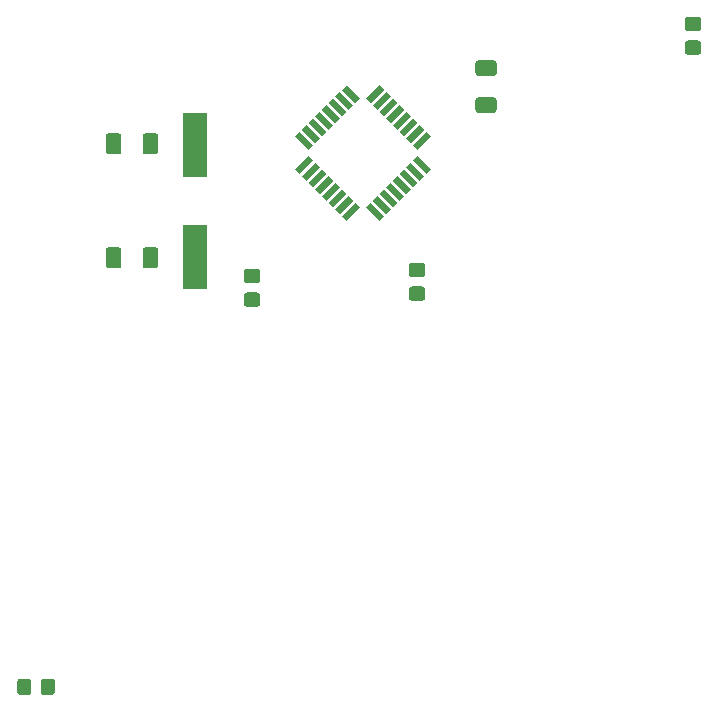
<source format=gbr>
%TF.GenerationSoftware,KiCad,Pcbnew,(5.1.9)-1*%
%TF.CreationDate,2021-09-13T17:44:50+02:00*%
%TF.ProjectId,Sterownik,53746572-6f77-46e6-996b-2e6b69636164,rev?*%
%TF.SameCoordinates,Original*%
%TF.FileFunction,Paste,Top*%
%TF.FilePolarity,Positive*%
%FSLAX46Y46*%
G04 Gerber Fmt 4.6, Leading zero omitted, Abs format (unit mm)*
G04 Created by KiCad (PCBNEW (5.1.9)-1) date 2021-09-13 17:44:50*
%MOMM*%
%LPD*%
G01*
G04 APERTURE LIST*
%ADD10R,2.000000X5.500000*%
%ADD11C,0.100000*%
G04 APERTURE END LIST*
%TO.C,R4*%
G36*
G01*
X95192001Y-110852000D02*
X94291999Y-110852000D01*
G75*
G02*
X94042000Y-110602001I0J249999D01*
G01*
X94042000Y-109901999D01*
G75*
G02*
X94291999Y-109652000I249999J0D01*
G01*
X95192001Y-109652000D01*
G75*
G02*
X95442000Y-109901999I0J-249999D01*
G01*
X95442000Y-110602001D01*
G75*
G02*
X95192001Y-110852000I-249999J0D01*
G01*
G37*
G36*
G01*
X95192001Y-112852000D02*
X94291999Y-112852000D01*
G75*
G02*
X94042000Y-112602001I0J249999D01*
G01*
X94042000Y-111901999D01*
G75*
G02*
X94291999Y-111652000I249999J0D01*
G01*
X95192001Y-111652000D01*
G75*
G02*
X95442000Y-111901999I0J-249999D01*
G01*
X95442000Y-112602001D01*
G75*
G02*
X95192001Y-112852000I-249999J0D01*
G01*
G37*
%TD*%
%TO.C,R3*%
G36*
G01*
X81222001Y-111360000D02*
X80321999Y-111360000D01*
G75*
G02*
X80072000Y-111110001I0J249999D01*
G01*
X80072000Y-110409999D01*
G75*
G02*
X80321999Y-110160000I249999J0D01*
G01*
X81222001Y-110160000D01*
G75*
G02*
X81472000Y-110409999I0J-249999D01*
G01*
X81472000Y-111110001D01*
G75*
G02*
X81222001Y-111360000I-249999J0D01*
G01*
G37*
G36*
G01*
X81222001Y-113360000D02*
X80321999Y-113360000D01*
G75*
G02*
X80072000Y-113110001I0J249999D01*
G01*
X80072000Y-112409999D01*
G75*
G02*
X80321999Y-112160000I249999J0D01*
G01*
X81222001Y-112160000D01*
G75*
G02*
X81472000Y-112409999I0J-249999D01*
G01*
X81472000Y-113110001D01*
G75*
G02*
X81222001Y-113360000I-249999J0D01*
G01*
G37*
%TD*%
%TO.C,R2*%
G36*
G01*
X62884000Y-145992001D02*
X62884000Y-145091999D01*
G75*
G02*
X63133999Y-144842000I249999J0D01*
G01*
X63834001Y-144842000D01*
G75*
G02*
X64084000Y-145091999I0J-249999D01*
G01*
X64084000Y-145992001D01*
G75*
G02*
X63834001Y-146242000I-249999J0D01*
G01*
X63133999Y-146242000D01*
G75*
G02*
X62884000Y-145992001I0J249999D01*
G01*
G37*
G36*
G01*
X60884000Y-145992001D02*
X60884000Y-145091999D01*
G75*
G02*
X61133999Y-144842000I249999J0D01*
G01*
X61834001Y-144842000D01*
G75*
G02*
X62084000Y-145091999I0J-249999D01*
G01*
X62084000Y-145992001D01*
G75*
G02*
X61834001Y-146242000I-249999J0D01*
G01*
X61133999Y-146242000D01*
G75*
G02*
X60884000Y-145992001I0J249999D01*
G01*
G37*
%TD*%
%TO.C,R1*%
G36*
G01*
X118560001Y-90024000D02*
X117659999Y-90024000D01*
G75*
G02*
X117410000Y-89774001I0J249999D01*
G01*
X117410000Y-89073999D01*
G75*
G02*
X117659999Y-88824000I249999J0D01*
G01*
X118560001Y-88824000D01*
G75*
G02*
X118810000Y-89073999I0J-249999D01*
G01*
X118810000Y-89774001D01*
G75*
G02*
X118560001Y-90024000I-249999J0D01*
G01*
G37*
G36*
G01*
X118560001Y-92024000D02*
X117659999Y-92024000D01*
G75*
G02*
X117410000Y-91774001I0J249999D01*
G01*
X117410000Y-91073999D01*
G75*
G02*
X117659999Y-90824000I249999J0D01*
G01*
X118560001Y-90824000D01*
G75*
G02*
X118810000Y-91073999I0J-249999D01*
G01*
X118810000Y-91774001D01*
G75*
G02*
X118560001Y-92024000I-249999J0D01*
G01*
G37*
%TD*%
%TO.C,C4*%
G36*
G01*
X101234001Y-93842000D02*
X99933999Y-93842000D01*
G75*
G02*
X99684000Y-93592001I0J249999D01*
G01*
X99684000Y-92766999D01*
G75*
G02*
X99933999Y-92517000I249999J0D01*
G01*
X101234001Y-92517000D01*
G75*
G02*
X101484000Y-92766999I0J-249999D01*
G01*
X101484000Y-93592001D01*
G75*
G02*
X101234001Y-93842000I-249999J0D01*
G01*
G37*
G36*
G01*
X101234001Y-96967000D02*
X99933999Y-96967000D01*
G75*
G02*
X99684000Y-96717001I0J249999D01*
G01*
X99684000Y-95891999D01*
G75*
G02*
X99933999Y-95642000I249999J0D01*
G01*
X101234001Y-95642000D01*
G75*
G02*
X101484000Y-95891999I0J-249999D01*
G01*
X101484000Y-96717001D01*
G75*
G02*
X101234001Y-96967000I-249999J0D01*
G01*
G37*
%TD*%
%TO.C,C2*%
G36*
G01*
X71512000Y-109870001D02*
X71512000Y-108569999D01*
G75*
G02*
X71761999Y-108320000I249999J0D01*
G01*
X72587001Y-108320000D01*
G75*
G02*
X72837000Y-108569999I0J-249999D01*
G01*
X72837000Y-109870001D01*
G75*
G02*
X72587001Y-110120000I-249999J0D01*
G01*
X71761999Y-110120000D01*
G75*
G02*
X71512000Y-109870001I0J249999D01*
G01*
G37*
G36*
G01*
X68387000Y-109870001D02*
X68387000Y-108569999D01*
G75*
G02*
X68636999Y-108320000I249999J0D01*
G01*
X69462001Y-108320000D01*
G75*
G02*
X69712000Y-108569999I0J-249999D01*
G01*
X69712000Y-109870001D01*
G75*
G02*
X69462001Y-110120000I-249999J0D01*
G01*
X68636999Y-110120000D01*
G75*
G02*
X68387000Y-109870001I0J249999D01*
G01*
G37*
%TD*%
%TO.C,C1*%
G36*
G01*
X71512000Y-100218001D02*
X71512000Y-98917999D01*
G75*
G02*
X71761999Y-98668000I249999J0D01*
G01*
X72587001Y-98668000D01*
G75*
G02*
X72837000Y-98917999I0J-249999D01*
G01*
X72837000Y-100218001D01*
G75*
G02*
X72587001Y-100468000I-249999J0D01*
G01*
X71761999Y-100468000D01*
G75*
G02*
X71512000Y-100218001I0J249999D01*
G01*
G37*
G36*
G01*
X68387000Y-100218001D02*
X68387000Y-98917999D01*
G75*
G02*
X68636999Y-98668000I249999J0D01*
G01*
X69462001Y-98668000D01*
G75*
G02*
X69712000Y-98917999I0J-249999D01*
G01*
X69712000Y-100218001D01*
G75*
G02*
X69462001Y-100468000I-249999J0D01*
G01*
X68636999Y-100468000D01*
G75*
G02*
X68387000Y-100218001I0J249999D01*
G01*
G37*
%TD*%
D10*
%TO.C,Y1*%
X75946000Y-109144000D03*
X75946000Y-99644000D03*
%TD*%
D11*
%TO.C,U1*%
G36*
X85945037Y-99675926D02*
G01*
X85556128Y-100064835D01*
X84424757Y-98933464D01*
X84813666Y-98544555D01*
X85945037Y-99675926D01*
G37*
G36*
X86510723Y-99110241D02*
G01*
X86121814Y-99499150D01*
X84990443Y-98367779D01*
X85379352Y-97978870D01*
X86510723Y-99110241D01*
G37*
G36*
X87076408Y-98544555D02*
G01*
X86687499Y-98933464D01*
X85556128Y-97802093D01*
X85945037Y-97413184D01*
X87076408Y-98544555D01*
G37*
G36*
X87642093Y-97978870D02*
G01*
X87253184Y-98367779D01*
X86121813Y-97236408D01*
X86510722Y-96847499D01*
X87642093Y-97978870D01*
G37*
G36*
X88207779Y-97413184D02*
G01*
X87818870Y-97802093D01*
X86687499Y-96670722D01*
X87076408Y-96281813D01*
X88207779Y-97413184D01*
G37*
G36*
X88773464Y-96847499D02*
G01*
X88384555Y-97236408D01*
X87253184Y-96105037D01*
X87642093Y-95716128D01*
X88773464Y-96847499D01*
G37*
G36*
X89339150Y-96281814D02*
G01*
X88950241Y-96670723D01*
X87818870Y-95539352D01*
X88207779Y-95150443D01*
X89339150Y-96281814D01*
G37*
G36*
X89904835Y-95716128D02*
G01*
X89515926Y-96105037D01*
X88384555Y-94973666D01*
X88773464Y-94584757D01*
X89904835Y-95716128D01*
G37*
G36*
X90824074Y-96105037D02*
G01*
X90435165Y-95716128D01*
X91566536Y-94584757D01*
X91955445Y-94973666D01*
X90824074Y-96105037D01*
G37*
G36*
X91389759Y-96670723D02*
G01*
X91000850Y-96281814D01*
X92132221Y-95150443D01*
X92521130Y-95539352D01*
X91389759Y-96670723D01*
G37*
G36*
X91955445Y-97236408D02*
G01*
X91566536Y-96847499D01*
X92697907Y-95716128D01*
X93086816Y-96105037D01*
X91955445Y-97236408D01*
G37*
G36*
X92521130Y-97802093D02*
G01*
X92132221Y-97413184D01*
X93263592Y-96281813D01*
X93652501Y-96670722D01*
X92521130Y-97802093D01*
G37*
G36*
X93086816Y-98367779D02*
G01*
X92697907Y-97978870D01*
X93829278Y-96847499D01*
X94218187Y-97236408D01*
X93086816Y-98367779D01*
G37*
G36*
X93652501Y-98933464D02*
G01*
X93263592Y-98544555D01*
X94394963Y-97413184D01*
X94783872Y-97802093D01*
X93652501Y-98933464D01*
G37*
G36*
X94218186Y-99499150D02*
G01*
X93829277Y-99110241D01*
X94960648Y-97978870D01*
X95349557Y-98367779D01*
X94218186Y-99499150D01*
G37*
G36*
X94783872Y-100064835D02*
G01*
X94394963Y-99675926D01*
X95526334Y-98544555D01*
X95915243Y-98933464D01*
X94783872Y-100064835D01*
G37*
G36*
X95915243Y-101726536D02*
G01*
X95526334Y-102115445D01*
X94394963Y-100984074D01*
X94783872Y-100595165D01*
X95915243Y-101726536D01*
G37*
G36*
X95349557Y-102292221D02*
G01*
X94960648Y-102681130D01*
X93829277Y-101549759D01*
X94218186Y-101160850D01*
X95349557Y-102292221D01*
G37*
G36*
X94783872Y-102857907D02*
G01*
X94394963Y-103246816D01*
X93263592Y-102115445D01*
X93652501Y-101726536D01*
X94783872Y-102857907D01*
G37*
G36*
X94218187Y-103423592D02*
G01*
X93829278Y-103812501D01*
X92697907Y-102681130D01*
X93086816Y-102292221D01*
X94218187Y-103423592D01*
G37*
G36*
X93652501Y-103989278D02*
G01*
X93263592Y-104378187D01*
X92132221Y-103246816D01*
X92521130Y-102857907D01*
X93652501Y-103989278D01*
G37*
G36*
X93086816Y-104554963D02*
G01*
X92697907Y-104943872D01*
X91566536Y-103812501D01*
X91955445Y-103423592D01*
X93086816Y-104554963D01*
G37*
G36*
X92521130Y-105120648D02*
G01*
X92132221Y-105509557D01*
X91000850Y-104378186D01*
X91389759Y-103989277D01*
X92521130Y-105120648D01*
G37*
G36*
X91955445Y-105686334D02*
G01*
X91566536Y-106075243D01*
X90435165Y-104943872D01*
X90824074Y-104554963D01*
X91955445Y-105686334D01*
G37*
G36*
X88773464Y-106075243D02*
G01*
X88384555Y-105686334D01*
X89515926Y-104554963D01*
X89904835Y-104943872D01*
X88773464Y-106075243D01*
G37*
G36*
X88207779Y-105509557D02*
G01*
X87818870Y-105120648D01*
X88950241Y-103989277D01*
X89339150Y-104378186D01*
X88207779Y-105509557D01*
G37*
G36*
X87642093Y-104943872D02*
G01*
X87253184Y-104554963D01*
X88384555Y-103423592D01*
X88773464Y-103812501D01*
X87642093Y-104943872D01*
G37*
G36*
X87076408Y-104378187D02*
G01*
X86687499Y-103989278D01*
X87818870Y-102857907D01*
X88207779Y-103246816D01*
X87076408Y-104378187D01*
G37*
G36*
X86510722Y-103812501D02*
G01*
X86121813Y-103423592D01*
X87253184Y-102292221D01*
X87642093Y-102681130D01*
X86510722Y-103812501D01*
G37*
G36*
X85945037Y-103246816D02*
G01*
X85556128Y-102857907D01*
X86687499Y-101726536D01*
X87076408Y-102115445D01*
X85945037Y-103246816D01*
G37*
G36*
X85379352Y-102681130D02*
G01*
X84990443Y-102292221D01*
X86121814Y-101160850D01*
X86510723Y-101549759D01*
X85379352Y-102681130D01*
G37*
G36*
X84813666Y-102115445D02*
G01*
X84424757Y-101726536D01*
X85556128Y-100595165D01*
X85945037Y-100984074D01*
X84813666Y-102115445D01*
G37*
%TD*%
M02*

</source>
